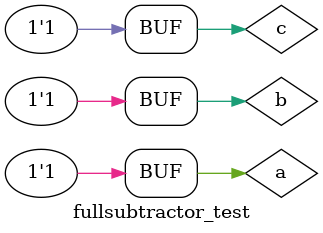
<source format=v>
module fullsubtractor_test;

	// Inputs
	reg a;
	reg b;
	reg c;

	// Outputs
	wire d;
	wire bo;

	// Instantiate the Unit Under Test (UUT)
	fullsubtractor uut (
		.a(a), 
		.b(b), 
		.c(c), 
		.d(d), 
		.bo(bo)
	);

	initial begin
		// Initialize Inputs
		a = 0;
		b = 0;
		c = 0;

		// Wait 100 ns for global reset to finish
		#100 a = 0;b = 0;c=1;
		#100 a = 0;b = 1;c=0;
		#100 a = 0;b = 1;c=1;
		#100 a = 1;b = 0;c=0;
		#100 a = 1;b = 0;c=1;
		#100 a = 1;b = 1;c=0;
		#100 a = 1;b = 1;c=1;
        
		// Add stimulus here

	end
endmodule


</source>
